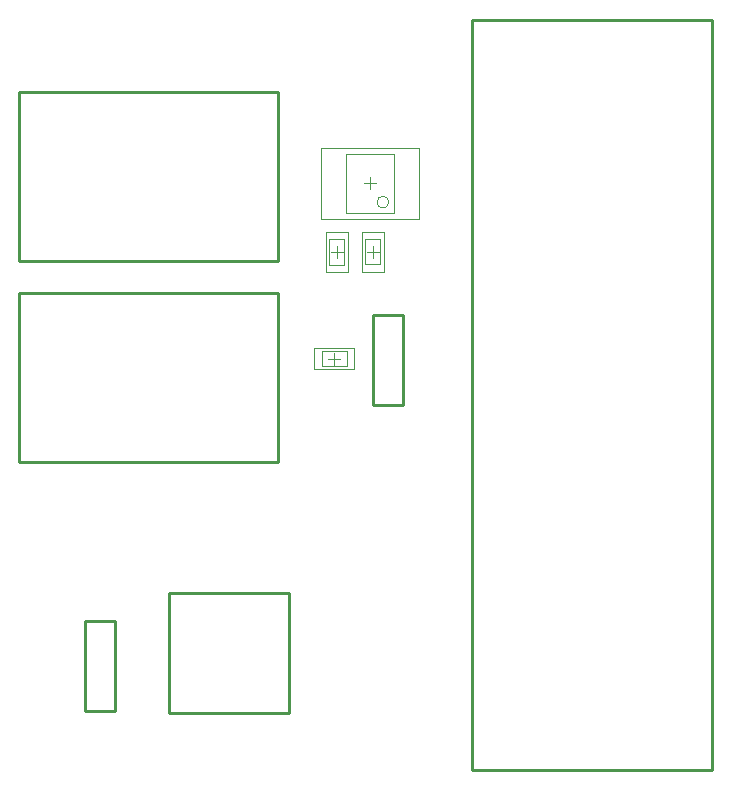
<source format=gbp>
G04*
G04 #@! TF.GenerationSoftware,Altium Limited,Altium Designer,19.1.8 (144)*
G04*
G04 Layer_Color=128*
%FSLAX25Y25*%
%MOIN*%
G70*
G01*
G75*
%ADD12C,0.01000*%
%ADD14C,0.00394*%
%ADD15C,0.00197*%
D12*
X157000Y26500D02*
Y276500D01*
Y26500D02*
X237000D01*
Y276500D01*
X157000D02*
X237000D01*
X124000Y178000D02*
X134000D01*
X124000Y147999D02*
Y178000D01*
Y147999D02*
X134000D01*
Y178000D01*
X38000Y45999D02*
Y76000D01*
X28000Y45999D02*
X38000D01*
X28000D02*
Y76000D01*
X38000D01*
X96000Y45500D02*
Y85500D01*
X56000Y45500D02*
X96000D01*
X56000D02*
Y85500D01*
X96000D01*
X6000Y252500D02*
X50000D01*
X6000Y196000D02*
Y252500D01*
Y196000D02*
X92500D01*
Y252500D01*
X49500D02*
X92500D01*
X6000Y185500D02*
X50000D01*
X6000Y129000D02*
Y185500D01*
Y129000D02*
X92500D01*
Y185500D01*
X49500D02*
X92500D01*
D14*
X129299Y215701D02*
G03*
X129299Y215701I-1969J0D01*
G01*
X106909Y161020D02*
X115374D01*
X106909Y165980D02*
X115374D01*
Y161020D02*
Y165980D01*
X106909Y161020D02*
Y165980D01*
X121520Y203374D02*
X126480D01*
X121520Y194909D02*
X126480D01*
Y203374D01*
X121520Y194909D02*
Y203374D01*
X114480Y194768D02*
Y203232D01*
X109520Y194768D02*
Y203232D01*
X114480D01*
X109520Y194768D02*
X114480D01*
X115126Y231842D02*
X130874D01*
X115126Y212158D02*
X130874D01*
X115126D02*
Y231842D01*
X130874Y212158D02*
Y231842D01*
X111142Y161531D02*
Y165469D01*
X109173Y163500D02*
X113110D01*
X124000Y197173D02*
Y201110D01*
X122031Y199142D02*
X125969D01*
X110031Y199000D02*
X113969D01*
X112000Y197031D02*
Y200969D01*
X123000Y220031D02*
Y223969D01*
X121031Y222000D02*
X124969D01*
D15*
X104449Y159957D02*
X117835D01*
X104449Y167043D02*
X117835D01*
Y159957D02*
Y167043D01*
X104449Y159957D02*
Y167043D01*
X120260Y205835D02*
X127740D01*
X120260Y192449D02*
X127740D01*
Y205835D01*
X120260Y192449D02*
Y205835D01*
X115543Y192307D02*
Y205693D01*
X108457Y192307D02*
Y205693D01*
X115543D01*
X108457Y192307D02*
X115543D01*
X106661Y233811D02*
X139339D01*
X106661Y210189D02*
X139339D01*
X106661D02*
Y233811D01*
X139339Y210189D02*
Y233811D01*
M02*

</source>
